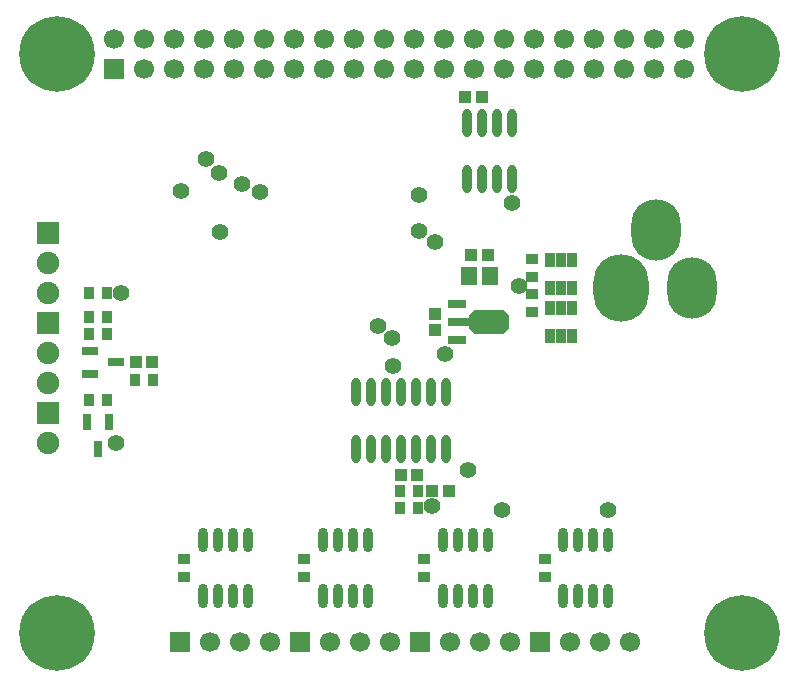
<source format=gts>
%FSLAX44Y44*%
%MOMM*%
G71*
G01*
G75*
G04 Layer_Color=8388736*
%ADD10R,0.9000X0.7000*%
%ADD11R,0.6500X1.1000*%
%ADD12O,0.6000X2.2000*%
%ADD13R,0.8000X0.9000*%
%ADD14R,0.7000X0.9000*%
%ADD15O,0.6000X1.9000*%
%ADD16R,0.6000X1.1500*%
%ADD17R,1.1500X0.6000*%
%ADD18R,0.9000X0.8000*%
G04:AMPARAMS|DCode=19|XSize=1.9mm|YSize=3.2mm|CornerRadius=0mm|HoleSize=0mm|Usage=FLASHONLY|Rotation=90.000|XOffset=0mm|YOffset=0mm|HoleType=Round|Shape=Octagon|*
%AMOCTAGOND19*
4,1,8,-1.6000,-0.4750,-1.6000,0.4750,-1.1250,0.9500,1.1250,0.9500,1.6000,0.4750,1.6000,-0.4750,1.1250,-0.9500,-1.1250,-0.9500,-1.6000,-0.4750,0.0*
%
%ADD19OCTAGOND19*%

%ADD20R,1.4000X0.6000*%
%ADD21R,1.8000X0.6000*%
%ADD22R,1.2000X1.4000*%
%ADD23C,0.5000*%
%ADD24C,0.2500*%
%ADD25C,1.5000*%
%ADD26R,1.5000X1.5000*%
%ADD27O,4.0000X5.0000*%
%ADD28O,4.5000X5.5000*%
%ADD29C,1.7000*%
%ADD30R,1.7000X1.7000*%
%ADD31C,6.2000*%
%ADD32C,1.2000*%
%ADD33C,0.2000*%
%ADD34C,0.3000*%
%ADD35R,1.1000X0.9000*%
%ADD36R,0.8500X1.3000*%
%ADD37O,0.8000X2.4000*%
%ADD38R,1.0000X1.1000*%
%ADD39R,0.9000X1.1000*%
%ADD40O,0.8000X2.1000*%
%ADD41R,0.8000X1.3500*%
%ADD42R,1.3500X0.8000*%
%ADD43R,1.1000X1.0000*%
G04:AMPARAMS|DCode=44|XSize=2.1mm|YSize=3.4mm|CornerRadius=0mm|HoleSize=0mm|Usage=FLASHONLY|Rotation=90.000|XOffset=0mm|YOffset=0mm|HoleType=Round|Shape=Octagon|*
%AMOCTAGOND44*
4,1,8,-1.7000,-0.5250,-1.7000,0.5250,-1.1750,1.0500,1.1750,1.0500,1.7000,0.5250,1.7000,-0.5250,1.1750,-1.0500,-1.1750,-1.0500,-1.7000,-0.5250,0.0*
%
%ADD44OCTAGOND44*%

%ADD45R,1.6000X0.8000*%
%ADD46R,2.0000X0.8000*%
%ADD47R,1.4000X1.6000*%
%ADD48R,1.7000X1.7000*%
%ADD49O,4.2000X5.2000*%
%ADD50O,4.7000X5.7000*%
%ADD51C,1.9000*%
%ADD52R,1.9000X1.9000*%
%ADD53C,6.4000*%
%ADD54C,1.4000*%
D29*
X916300Y772700D02*
D03*
Y747300D02*
D03*
X890900Y772700D02*
D03*
Y747300D02*
D03*
X865500Y772700D02*
D03*
Y747300D02*
D03*
X840100Y772700D02*
D03*
Y747300D02*
D03*
X814700Y772700D02*
D03*
Y747300D02*
D03*
X789300Y772700D02*
D03*
Y747300D02*
D03*
X763900Y772700D02*
D03*
Y747300D02*
D03*
X738500Y772700D02*
D03*
Y747300D02*
D03*
X713100Y772700D02*
D03*
Y747300D02*
D03*
X687700Y772700D02*
D03*
Y747300D02*
D03*
X662300Y772700D02*
D03*
Y747300D02*
D03*
X636900Y772700D02*
D03*
Y747300D02*
D03*
X611500Y772700D02*
D03*
Y747300D02*
D03*
X586100Y772700D02*
D03*
Y747300D02*
D03*
X560700Y772700D02*
D03*
Y747300D02*
D03*
X535300Y772700D02*
D03*
Y747300D02*
D03*
X509900Y772700D02*
D03*
Y747300D02*
D03*
X484500Y772700D02*
D03*
Y747300D02*
D03*
X459100Y772700D02*
D03*
Y747300D02*
D03*
X433700Y772700D02*
D03*
X819700Y262300D02*
D03*
X845100D02*
D03*
X870500D02*
D03*
X718100D02*
D03*
X743500D02*
D03*
X768900D02*
D03*
X616500D02*
D03*
X641900D02*
D03*
X667300D02*
D03*
X514900D02*
D03*
X540300D02*
D03*
X565700D02*
D03*
D35*
X798000Y317500D02*
D03*
Y332500D02*
D03*
X696000Y317500D02*
D03*
Y332500D02*
D03*
X594000Y317500D02*
D03*
Y332500D02*
D03*
X493000Y317500D02*
D03*
Y332500D02*
D03*
X787000Y541500D02*
D03*
Y556500D02*
D03*
X787000Y586500D02*
D03*
Y571500D02*
D03*
D36*
X821500Y545000D02*
D03*
X812000D02*
D03*
X802500D02*
D03*
Y521000D02*
D03*
X812000D02*
D03*
X821500D02*
D03*
Y586000D02*
D03*
X812000D02*
D03*
X802500D02*
D03*
Y562000D02*
D03*
X812000D02*
D03*
X821500D02*
D03*
D37*
X714100Y474000D02*
D03*
X701400D02*
D03*
X688700D02*
D03*
X676000D02*
D03*
X663300D02*
D03*
X650600D02*
D03*
X637900D02*
D03*
X714100Y426000D02*
D03*
X701400D02*
D03*
X688700D02*
D03*
X676000D02*
D03*
X663300D02*
D03*
X650600D02*
D03*
X637900D02*
D03*
X770050Y702000D02*
D03*
X757350D02*
D03*
X744650D02*
D03*
X731950D02*
D03*
X770050Y654000D02*
D03*
X757350D02*
D03*
X744650D02*
D03*
X731950D02*
D03*
D38*
X676000Y404000D02*
D03*
X690000D02*
D03*
X452000Y499000D02*
D03*
X466000D02*
D03*
X731000Y724000D02*
D03*
X745000D02*
D03*
X750000Y590000D02*
D03*
X736000D02*
D03*
X717000Y390000D02*
D03*
X703000D02*
D03*
D39*
X675500Y390000D02*
D03*
X690500D02*
D03*
X690500Y376000D02*
D03*
X675500D02*
D03*
X427500Y558000D02*
D03*
X412500D02*
D03*
X451500Y484000D02*
D03*
X466500D02*
D03*
X412500Y467000D02*
D03*
X427500D02*
D03*
X427500Y537000D02*
D03*
X412500D02*
D03*
X427500Y523000D02*
D03*
X412500D02*
D03*
D40*
X750050Y348500D02*
D03*
X737350D02*
D03*
X724650D02*
D03*
X711950D02*
D03*
X750050Y301500D02*
D03*
X737350D02*
D03*
X724650D02*
D03*
X711950D02*
D03*
X648050Y348500D02*
D03*
X635350D02*
D03*
X622650D02*
D03*
X609950D02*
D03*
X648050Y301500D02*
D03*
X635350D02*
D03*
X622650D02*
D03*
X609950D02*
D03*
X547050Y348500D02*
D03*
X534350D02*
D03*
X521650D02*
D03*
X508950D02*
D03*
X547050Y301500D02*
D03*
X534350D02*
D03*
X521650D02*
D03*
X508950D02*
D03*
X852050Y348500D02*
D03*
X839350D02*
D03*
X826650D02*
D03*
X813950D02*
D03*
X852050Y301500D02*
D03*
X839350D02*
D03*
X826650D02*
D03*
X813950D02*
D03*
D41*
X420000Y425750D02*
D03*
X410500Y448250D02*
D03*
X429500D02*
D03*
D42*
X435250Y499000D02*
D03*
X412750Y489500D02*
D03*
Y508500D02*
D03*
D43*
X705000Y526000D02*
D03*
Y540000D02*
D03*
D44*
X751000Y533000D02*
D03*
D45*
X724000Y518000D02*
D03*
Y548000D02*
D03*
D46*
X726000Y533000D02*
D03*
D47*
X734000Y572000D02*
D03*
X752000D02*
D03*
D48*
X433700Y747300D02*
D03*
X794300Y262300D02*
D03*
X692700D02*
D03*
X591100D02*
D03*
X489500D02*
D03*
D49*
X923000Y562000D02*
D03*
X892500Y611000D02*
D03*
D50*
X863000Y562000D02*
D03*
D51*
X377300Y481900D02*
D03*
Y507300D02*
D03*
Y431100D02*
D03*
Y558100D02*
D03*
Y583500D02*
D03*
D52*
Y532700D02*
D03*
Y456500D02*
D03*
Y608900D02*
D03*
D53*
X965000Y760000D02*
D03*
X385000D02*
D03*
X965000Y270000D02*
D03*
X385000D02*
D03*
D54*
X510999Y670999D02*
D03*
X489999Y643999D02*
D03*
X522559Y659439D02*
D03*
X541999Y649999D02*
D03*
X713999Y505999D02*
D03*
X656999Y529999D02*
D03*
X668999Y519999D02*
D03*
X691999Y640999D02*
D03*
Y609999D02*
D03*
X852000Y374000D02*
D03*
X762000D02*
D03*
X776000Y564000D02*
D03*
X435000Y431000D02*
D03*
X557000Y643000D02*
D03*
X523000Y609000D02*
D03*
X703000Y377000D02*
D03*
X770050Y634050D02*
D03*
X669999Y495999D02*
D03*
X733000Y408000D02*
D03*
X705000Y601000D02*
D03*
X439000Y558000D02*
D03*
M02*

</source>
